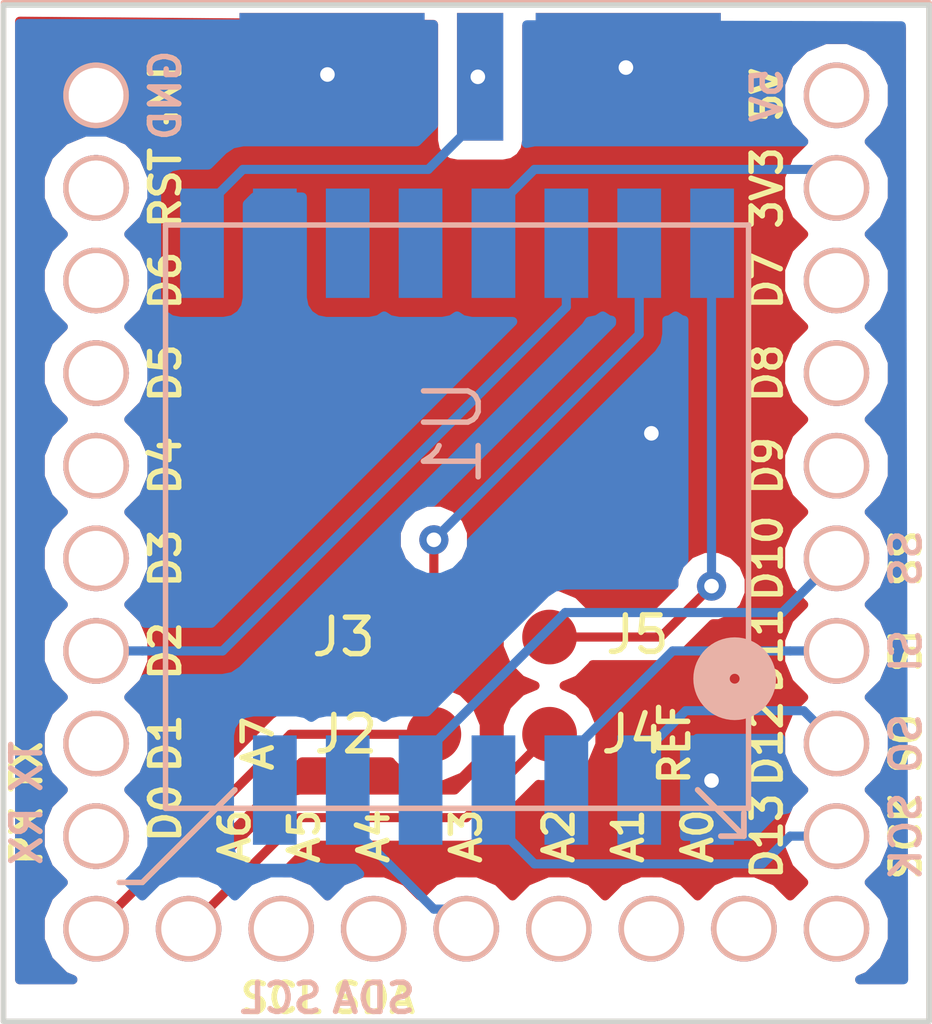
<source format=kicad_pcb>
(kicad_pcb (version 20171130) (host pcbnew no-vcs-found-7586afd~61~ubuntu17.10.1)

  (general
    (thickness 1.6)
    (drawings 5)
    (tracks 53)
    (zones 0)
    (modules 7)
    (nets 14)
  )

  (page A4)
  (layers
    (0 F.Cu signal)
    (31 B.Cu signal)
    (32 B.Adhes user)
    (33 F.Adhes user)
    (34 B.Paste user)
    (35 F.Paste user)
    (36 B.SilkS user)
    (37 F.SilkS user)
    (38 B.Mask user)
    (39 F.Mask user)
    (40 Dwgs.User user)
    (41 Cmts.User user)
    (42 Eco1.User user)
    (43 Eco2.User user)
    (44 Edge.Cuts user)
    (45 Margin user)
    (46 B.CrtYd user)
    (47 F.CrtYd user)
    (48 B.Fab user)
    (49 F.Fab user)
  )

  (setup
    (last_trace_width 0.25)
    (trace_clearance 0.2)
    (zone_clearance 0.508)
    (zone_45_only no)
    (trace_min 0.2)
    (segment_width 1)
    (edge_width 0.15)
    (via_size 0.8)
    (via_drill 0.4)
    (via_min_size 0.4)
    (via_min_drill 0.3)
    (uvia_size 0.3)
    (uvia_drill 0.1)
    (uvias_allowed no)
    (uvia_min_size 0.2)
    (uvia_min_drill 0.1)
    (pcb_text_width 0.3)
    (pcb_text_size 1.5 1.5)
    (mod_edge_width 0.15)
    (mod_text_size 1 1)
    (mod_text_width 0.15)
    (pad_size 1.524 1.524)
    (pad_drill 0.762)
    (pad_to_mask_clearance 0.2)
    (aux_axis_origin 0 0)
    (visible_elements 7FFFFFFF)
    (pcbplotparams
      (layerselection 0x010fc_ffffffff)
      (usegerberextensions false)
      (usegerberattributes true)
      (usegerberadvancedattributes true)
      (creategerberjobfile true)
      (excludeedgelayer true)
      (linewidth 0.100000)
      (plotframeref false)
      (viasonmask false)
      (mode 1)
      (useauxorigin false)
      (hpglpennumber 1)
      (hpglpenspeed 20)
      (hpglpendiameter 15)
      (psnegative false)
      (psa4output false)
      (plotreference true)
      (plotvalue true)
      (plotinvisibletext false)
      (padsonsilk false)
      (subtractmaskfromsilk false)
      (outputformat 1)
      (mirror false)
      (drillshape 1)
      (scaleselection 1)
      (outputdirectory ""))
  )

  (net 0 "")
  (net 1 GND)
  (net 2 "Net-(J1-Pad1)")
  (net 3 +3V3)
  (net 4 NSS)
  (net 5 MOSI)
  (net 6 MISO)
  (net 7 SCK)
  (net 8 RST)
  (net 9 FSKTimeOut)
  (net 10 RxTimeOut)
  (net 11 TxRxDONE)
  (net 12 "Net-(J2-Pad1)")
  (net 13 "Net-(J4-Pad1)")

  (net_class Default "This is the default net class."
    (clearance 0.2)
    (trace_width 0.25)
    (via_dia 0.8)
    (via_drill 0.4)
    (uvia_dia 0.3)
    (uvia_drill 0.1)
    (add_net +3V3)
    (add_net FSKTimeOut)
    (add_net GND)
    (add_net MISO)
    (add_net MOSI)
    (add_net NSS)
    (add_net "Net-(J1-Pad1)")
    (add_net "Net-(J2-Pad1)")
    (add_net "Net-(J4-Pad1)")
    (add_net RST)
    (add_net RxTimeOut)
    (add_net SCK)
    (add_net TxRxDONE)
  )

  (module lib:microduino (layer B.Cu) (tedit 5A42B2C9) (tstamp 5A25ECAB)
    (at 106.299 72.263 180)
    (tags "foont print ruotato mettere i comp su F Cu")
    (path /59F8DF1A)
    (fp_text reference U1 (at 0.359999 3.450001 270) (layer B.SilkS)
      (effects (font (size 1.5 1.5) (thickness 0.15)) (justify mirror))
    )
    (fp_text value Microduino (at 0.232999 -2.137999 180) (layer B.SilkS) hide
      (effects (font (size 1.5 1.5) (thickness 0.15)) (justify mirror))
    )
    (fp_text user GND (at 8.255 12.7 90) (layer F.SilkS)
      (effects (font (size 0.8 0.8) (thickness 0.15)))
    )
    (fp_text user RST (at 8.255 10.16 90) (layer F.SilkS)
      (effects (font (size 0.8 0.8) (thickness 0.15)))
    )
    (fp_text user D6 (at 8.255 7.62 90) (layer F.SilkS)
      (effects (font (size 0.8 0.8) (thickness 0.15)))
    )
    (fp_text user D5 (at 8.255 5.08 90) (layer F.SilkS)
      (effects (font (size 0.8 0.8) (thickness 0.15)))
    )
    (fp_text user D4 (at 8.255 2.54 90) (layer F.SilkS)
      (effects (font (size 0.8 0.8) (thickness 0.15)))
    )
    (fp_text user D3 (at 8.255 0 90) (layer B.SilkS) hide
      (effects (font (size 0.8 0.8) (thickness 0.15)) (justify mirror))
    )
    (fp_text user D2 (at 8.255 -2.54 90) (layer F.SilkS)
      (effects (font (size 0.8 0.8) (thickness 0.15)))
    )
    (fp_text user D1 (at 8.255 -5.08 90) (layer B.SilkS) hide
      (effects (font (size 0.8 0.8) (thickness 0.15)) (justify mirror))
    )
    (fp_text user D0 (at 8.255 -6.985 90) (layer F.SilkS)
      (effects (font (size 0.8 0.8) (thickness 0.15)))
    )
    (fp_text user RX (at 12.065 -7.62 90) (layer F.SilkS)
      (effects (font (size 0.8 0.8) (thickness 0.15)))
    )
    (fp_text user TX (at 12.065 -5.715 90) (layer F.SilkS)
      (effects (font (size 0.8 0.8) (thickness 0.15)))
    )
    (fp_line (start 9.525 -8.89) (end 8.89 -8.89) (layer F.SilkS) (width 0.15))
    (fp_text user A7 (at 5.715 -5.08 90) (layer F.SilkS)
      (effects (font (size 0.8 0.8) (thickness 0.15)))
    )
    (fp_text user A6 (at 6.35 -7.62 270) (layer F.SilkS)
      (effects (font (size 0.8 0.8) (thickness 0.15)))
    )
    (fp_text user A5 (at 4.445 -7.62 90) (layer F.SilkS)
      (effects (font (size 0.8 0.8) (thickness 0.15)))
    )
    (fp_text user A4 (at 2.54 -7.62 90) (layer F.SilkS)
      (effects (font (size 0.8 0.8) (thickness 0.15)))
    )
    (fp_text user A3 (at 0 -7.62 90) (layer F.SilkS)
      (effects (font (size 0.8 0.8) (thickness 0.15)))
    )
    (fp_text user A2 (at -2.54 -7.62 90) (layer B.SilkS) hide
      (effects (font (size 0.8 0.8) (thickness 0.15)) (justify mirror))
    )
    (fp_text user A1 (at -4.445 -7.62 90) (layer B.SilkS) hide
      (effects (font (size 0.8 0.8) (thickness 0.15)) (justify mirror))
    )
    (fp_text user A0 (at -6.35 -7.62 90) (layer F.SilkS)
      (effects (font (size 0.8 0.8) (thickness 0.15)))
    )
    (fp_line (start 6.35 -6.35) (end 8.89 -8.89) (layer F.SilkS) (width 0.15))
    (fp_text user REF (at -5.715 -5.08 90) (layer F.SilkS)
      (effects (font (size 0.8 0.8) (thickness 0.15)))
    )
    (fp_text user D13 (at -8.255 -7.62 90) (layer F.SilkS)
      (effects (font (size 0.8 0.8) (thickness 0.15)))
    )
    (fp_text user D12 (at -8.255 -5.08 90) (layer B.SilkS) hide
      (effects (font (size 0.8 0.8) (thickness 0.15)) (justify mirror))
    )
    (fp_text user D11 (at -8.255 -2.54 90) (layer F.SilkS)
      (effects (font (size 0.8 0.8) (thickness 0.15)))
    )
    (fp_text user D10 (at -8.255 0 90) (layer F.SilkS)
      (effects (font (size 0.8 0.8) (thickness 0.15)))
    )
    (fp_text user D9 (at -8.255 2.54 90) (layer F.SilkS)
      (effects (font (size 0.8 0.8) (thickness 0.15)))
    )
    (fp_text user D8 (at -8.255 5.08 90) (layer F.SilkS)
      (effects (font (size 0.8 0.8) (thickness 0.15)))
    )
    (fp_text user D7 (at -8.255 7.62 90) (layer F.SilkS)
      (effects (font (size 0.8 0.8) (thickness 0.15)))
    )
    (fp_text user 3V3 (at -8.255 10.16 90) (layer F.SilkS)
      (effects (font (size 0.8 0.8) (thickness 0.15)))
    )
    (fp_text user 5V (at -8.255 12.7 90) (layer F.SilkS)
      (effects (font (size 0.8 0.8) (thickness 0.15)))
    )
    (fp_line (start -7.62 -7.62) (end -6.985 -7.62) (layer B.SilkS) (width 0.15))
    (fp_line (start -7.62 -6.985) (end -7.62 -7.62) (layer B.SilkS) (width 0.15))
    (fp_line (start -7.62 -7.62) (end -7.62 -6.985) (layer B.SilkS) (width 0.15))
    (fp_line (start -6.35 -6.35) (end -7.62 -7.62) (layer F.SilkS) (width 0.15))
    (fp_text user SCK (at -12.065 -7.62 90) (layer F.SilkS)
      (effects (font (size 0.8 0.8) (thickness 0.15)))
    )
    (fp_text user SO (at -12.065 -5.08 90) (layer F.SilkS)
      (effects (font (size 0.8 0.8) (thickness 0.15)))
    )
    (fp_text user SI (at -12.065 -2.54 90) (layer F.SilkS)
      (effects (font (size 0.8 0.8) (thickness 0.15)))
    )
    (fp_text user SS (at -12.065 0 90) (layer F.SilkS)
      (effects (font (size 0.8 0.8) (thickness 0.15)))
    )
    (fp_text user SDA (at 2.54 -12.065) (layer B.SilkS)
      (effects (font (size 0.8 0.8) (thickness 0.15)) (justify mirror))
    )
    (fp_text user SCL (at 5.08 -12.065) (layer F.SilkS)
      (effects (font (size 0.8 0.8) (thickness 0.15)))
    )
    (fp_text user SDA (at 2.54 -12.065) (layer F.SilkS)
      (effects (font (size 0.8 0.8) (thickness 0.15)))
    )
    (fp_text user SCL (at 5.08 -12.065) (layer B.SilkS)
      (effects (font (size 0.8 0.8) (thickness 0.15)) (justify mirror))
    )
    (fp_text user SS (at -12.065 0 90) (layer B.SilkS)
      (effects (font (size 0.8 0.8) (thickness 0.15)) (justify mirror))
    )
    (fp_text user SI (at -12.065 -2.54 90) (layer B.SilkS)
      (effects (font (size 0.8 0.8) (thickness 0.15)) (justify mirror))
    )
    (fp_text user SO (at -12.065 -5.08 90) (layer B.SilkS)
      (effects (font (size 0.8 0.8) (thickness 0.15)) (justify mirror))
    )
    (fp_text user SCK (at -12.065 -7.62 90) (layer B.SilkS)
      (effects (font (size 0.8 0.8) (thickness 0.15)) (justify mirror))
    )
    (fp_line (start -6.35 -6.35) (end -7.62 -7.62) (layer B.SilkS) (width 0.15))
    (fp_line (start -7.62 -7.62) (end -7.62 -6.985) (layer B.SilkS) (width 0.15))
    (fp_line (start -7.62 -6.985) (end -7.62 -7.62) (layer B.SilkS) (width 0.15))
    (fp_line (start -7.62 -7.62) (end -6.985 -7.62) (layer B.SilkS) (width 0.15))
    (fp_text user 5V (at -8.255 12.7 90) (layer B.SilkS)
      (effects (font (size 0.8 0.8) (thickness 0.15)) (justify mirror))
    )
    (fp_text user 3V3 (at -8.255 10.16 90) (layer B.SilkS) hide
      (effects (font (size 0.8 0.8) (thickness 0.15)) (justify mirror))
    )
    (fp_text user D7 (at -8.255 7.62 90) (layer B.SilkS) hide
      (effects (font (size 0.8 0.8) (thickness 0.15)) (justify mirror))
    )
    (fp_text user D8 (at -8.255 5.08 90) (layer B.SilkS) hide
      (effects (font (size 0.8 0.8) (thickness 0.15)) (justify mirror))
    )
    (fp_text user D9 (at -8.255 2.54 90) (layer B.SilkS) hide
      (effects (font (size 0.8 0.8) (thickness 0.15)) (justify mirror))
    )
    (fp_text user D10 (at -8.255 0 90) (layer B.SilkS) hide
      (effects (font (size 0.8 0.8) (thickness 0.15)) (justify mirror))
    )
    (fp_text user D11 (at -8.255 -2.54 90) (layer B.SilkS) hide
      (effects (font (size 0.8 0.8) (thickness 0.15)) (justify mirror))
    )
    (fp_text user D12 (at -8.255 -5.08 90) (layer F.SilkS)
      (effects (font (size 0.8 0.8) (thickness 0.15)))
    )
    (fp_text user D13 (at -8.255 -7.62 90) (layer B.SilkS) hide
      (effects (font (size 0.8 0.8) (thickness 0.15)) (justify mirror))
    )
    (fp_text user REF (at -5.715 -5.08 90) (layer B.SilkS) hide
      (effects (font (size 0.8 0.8) (thickness 0.15)) (justify mirror))
    )
    (fp_line (start 6.35 -6.35) (end 8.89 -8.89) (layer B.SilkS) (width 0.15))
    (fp_text user A0 (at -6.35 -7.62 90) (layer B.SilkS) hide
      (effects (font (size 0.8 0.8) (thickness 0.15)) (justify mirror))
    )
    (fp_text user A1 (at -4.445 -7.62 90) (layer F.SilkS)
      (effects (font (size 0.8 0.8) (thickness 0.15)))
    )
    (fp_text user A2 (at -2.54 -7.62 90) (layer F.SilkS)
      (effects (font (size 0.8 0.8) (thickness 0.15)))
    )
    (fp_text user A3 (at 0 -7.62 90) (layer B.SilkS) hide
      (effects (font (size 0.8 0.8) (thickness 0.15)) (justify mirror))
    )
    (fp_text user A4 (at 2.54 -7.62 90) (layer B.SilkS) hide
      (effects (font (size 0.8 0.8) (thickness 0.15)) (justify mirror))
    )
    (fp_text user A5 (at 4.445 -7.62 90) (layer B.SilkS) hide
      (effects (font (size 0.8 0.8) (thickness 0.15)) (justify mirror))
    )
    (fp_text user A6 (at 6.35 -7.62 270) (layer B.SilkS) hide
      (effects (font (size 0.8 0.8) (thickness 0.15)) (justify mirror))
    )
    (fp_text user A7 (at 5.715 -5.08 90) (layer B.SilkS) hide
      (effects (font (size 0.8 0.8) (thickness 0.15)) (justify mirror))
    )
    (fp_line (start 9.525 -8.89) (end 8.89 -8.89) (layer B.SilkS) (width 0.15))
    (fp_text user TX (at 12.065 -5.715 90) (layer B.SilkS)
      (effects (font (size 0.8 0.8) (thickness 0.15)) (justify mirror))
    )
    (fp_text user RX (at 12.065 -7.62 90) (layer B.SilkS)
      (effects (font (size 0.8 0.8) (thickness 0.15)) (justify mirror))
    )
    (fp_text user D0 (at 8.255 -6.985 90) (layer B.SilkS) hide
      (effects (font (size 0.8 0.8) (thickness 0.15)) (justify mirror))
    )
    (fp_text user D1 (at 8.255 -5.08 90) (layer F.SilkS)
      (effects (font (size 0.8 0.8) (thickness 0.15)))
    )
    (fp_text user D2 (at 8.255 -2.54 90) (layer B.SilkS) hide
      (effects (font (size 0.8 0.8) (thickness 0.15)) (justify mirror))
    )
    (fp_text user D3 (at 8.255 0 90) (layer F.SilkS)
      (effects (font (size 0.8 0.8) (thickness 0.15)))
    )
    (fp_text user D4 (at 8.255 2.54 90) (layer B.SilkS) hide
      (effects (font (size 0.8 0.8) (thickness 0.15)) (justify mirror))
    )
    (fp_text user D5 (at 8.255 5.08 90) (layer B.SilkS) hide
      (effects (font (size 0.8 0.8) (thickness 0.15)) (justify mirror))
    )
    (fp_text user D6 (at 8.255 7.62 90) (layer B.SilkS) hide
      (effects (font (size 0.8 0.8) (thickness 0.15)) (justify mirror))
    )
    (fp_text user RST (at 8.255 10.16 90) (layer B.SilkS) hide
      (effects (font (size 0.8 0.8) (thickness 0.15)) (justify mirror))
    )
    (fp_text user GND (at 8.255 12.7 90) (layer B.SilkS)
      (effects (font (size 0.8 0.8) (thickness 0.15)) (justify mirror))
    )
    (fp_line (start -12.7 -12.7) (end -12.7 15.24) (layer B.SilkS) (width 0.15))
    (fp_line (start 12.7 -12.7) (end -12.7 -12.7) (layer B.SilkS) (width 0.15))
    (fp_line (start 12.7 15.24) (end 12.7 -12.7) (layer B.SilkS) (width 0.15))
    (fp_line (start -12.7 15.24) (end 12.7 15.24) (layer B.SilkS) (width 0.15))
    (pad 9 thru_hole circle (at 10.16 -7.62 180) (size 1.8 1.8) (drill 1.5) (layers *.Cu *.Mask B.SilkS))
    (pad 8 thru_hole circle (at 10.16 -5.08 180) (size 1.8 1.8) (drill 1.5) (layers *.Cu *.Mask B.SilkS))
    (pad 7 thru_hole circle (at 10.16 -2.54 180) (size 1.8 1.8) (drill 1.5) (layers *.Cu *.Mask B.SilkS)
      (net 11 TxRxDONE))
    (pad 6 thru_hole circle (at 10.16 0 180) (size 1.8 1.8) (drill 1.5) (layers *.Cu *.Mask B.SilkS))
    (pad 5 thru_hole circle (at 10.16 2.54 180) (size 1.8 1.8) (drill 1.5) (layers *.Cu *.Mask B.SilkS))
    (pad 4 thru_hole circle (at 10.16 5.08 180) (size 1.8 1.8) (drill 1.5) (layers *.Cu *.Mask B.SilkS))
    (pad 3 thru_hole circle (at 10.16 7.62 180) (size 1.8 1.8) (drill 1.5) (layers *.Cu *.Mask B.SilkS))
    (pad 2 thru_hole circle (at 10.16 10.16 180) (size 1.8 1.8) (drill 1.5) (layers *.Cu *.Mask B.SilkS))
    (pad 1 thru_hole circle (at 10.16 12.7 180) (size 1.8 1.8) (drill 1.5) (layers *.Cu *.Mask B.SilkS)
      (net 1 GND))
    (pad 1 thru_hole circle (at 10.16 12.7 180) (size 1.8 1.8) (drill 1.5) (layers *.Cu *.Mask B.SilkS)
      (net 1 GND))
    (pad 10 thru_hole circle (at 10.16 -10.16 180) (size 1.8 1.8) (drill 1.5) (layers *.Cu *.Mask B.SilkS)
      (net 12 "Net-(J2-Pad1)"))
    (pad 2 thru_hole circle (at 10.16 10.16 180) (size 1.8 1.8) (drill 1.5) (layers *.Cu *.Mask B.SilkS))
    (pad 3 thru_hole circle (at 10.16 7.62 180) (size 1.8 1.8) (drill 1.5) (layers *.Cu *.Mask B.SilkS))
    (pad 4 thru_hole circle (at 10.16 5.08 180) (size 1.8 1.8) (drill 1.5) (layers *.Cu *.Mask B.SilkS))
    (pad 5 thru_hole circle (at 10.16 2.54 180) (size 1.8 1.8) (drill 1.5) (layers *.Cu *.Mask B.SilkS))
    (pad 6 thru_hole circle (at 10.16 0 180) (size 1.8 1.8) (drill 1.5) (layers *.Cu *.Mask B.SilkS))
    (pad 7 thru_hole circle (at 10.16 -2.54 180) (size 1.8 1.8) (drill 1.5) (layers *.Cu *.Mask B.SilkS)
      (net 11 TxRxDONE))
    (pad 8 thru_hole circle (at 10.16 -5.08 180) (size 1.8 1.8) (drill 1.5) (layers *.Cu *.Mask B.SilkS))
    (pad 9 thru_hole circle (at 10.16 -7.62 180) (size 1.8 1.8) (drill 1.5) (layers *.Cu *.Mask B.SilkS))
    (pad 11 thru_hole circle (at 7.62 -10.16 180) (size 1.8 1.8) (drill 1.5) (layers *.Cu *.Mask B.SilkS)
      (net 13 "Net-(J4-Pad1)"))
    (pad 12 thru_hole circle (at 5.08 -10.16 180) (size 1.8 1.8) (drill 1.5) (layers *.Cu *.Mask B.SilkS))
    (pad 13 thru_hole circle (at 2.54 -10.16 180) (size 1.8 1.8) (drill 1.5) (layers *.Cu *.Mask B.SilkS))
    (pad 14 thru_hole circle (at 0 -10.16 180) (size 1.8 1.8) (drill 1.5) (layers *.Cu *.Mask B.SilkS)
      (net 8 RST))
    (pad 15 thru_hole circle (at -2.54 -10.16 180) (size 1.8 1.8) (drill 1.5) (layers *.Cu *.Mask B.SilkS))
    (pad 16 thru_hole circle (at -5.08 -10.16 180) (size 1.8 1.8) (drill 1.5) (layers *.Cu *.Mask B.SilkS))
    (pad 17 thru_hole circle (at -7.62 -10.16 180) (size 1.8 1.8) (drill 1.5) (layers *.Cu *.Mask B.SilkS))
    (pad 18 thru_hole circle (at -10.16 -10.16 180) (size 1.8 1.8) (drill 1.5) (layers *.Cu *.Mask B.SilkS))
    (pad 19 thru_hole circle (at -10.16 -7.62 180) (size 1.8 1.8) (drill 1.5) (layers *.Cu *.Mask B.SilkS)
      (net 7 SCK))
    (pad 20 thru_hole circle (at -10.16 -5.08 180) (size 1.8 1.8) (drill 1.5) (layers *.Cu *.Mask B.SilkS)
      (net 6 MISO))
    (pad 21 thru_hole circle (at -10.16 -2.54 180) (size 1.8 1.8) (drill 1.5) (layers *.Cu *.Mask B.SilkS)
      (net 5 MOSI))
    (pad 22 thru_hole circle (at -10.16 0 180) (size 1.8 1.8) (drill 1.5) (layers *.Cu *.Mask B.SilkS)
      (net 4 NSS))
    (pad 23 thru_hole circle (at -10.16 2.54 180) (size 1.8 1.8) (drill 1.5) (layers *.Cu *.Mask B.SilkS))
    (pad 24 thru_hole circle (at -10.16 5.08 180) (size 1.8 1.8) (drill 1.5) (layers *.Cu *.Mask B.SilkS))
    (pad 25 thru_hole circle (at -10.16 7.62 180) (size 1.8 1.8) (drill 1.5) (layers *.Cu *.Mask B.SilkS))
    (pad 26 thru_hole circle (at -10.16 10.16 180) (size 1.8 1.8) (drill 1.5) (layers *.Cu *.Mask B.SilkS)
      (net 3 +3V3))
    (pad 27 thru_hole circle (at -10.16 12.7 180) (size 1.8 1.8) (drill 1.5) (layers *.Cu *.Mask B.SilkS))
  )

  (module lib:SMA_EDGE (layer F.Cu) (tedit 5A23202E) (tstamp 5A25EA5A)
    (at 106.68 60.8203)
    (path /5A24EEFE)
    (fp_text reference J1 (at 7.62 0.1397) (layer F.SilkS) hide
      (effects (font (size 1.5 1.5) (thickness 0.15)))
    )
    (fp_text value Conn_Coaxial (at -0.635 2.0447 180) (layer F.SilkS) hide
      (effects (font (size 1.5 1.5) (thickness 0.15)))
    )
    (pad 2 smd rect (at -4.064 -1.7653) (size 5.08 3.5) (layers F.Cu F.Paste F.Mask)
      (net 1 GND))
    (pad 2 smd rect (at 4.064 -1.7653) (size 5.08 3.5) (layers F.Cu F.Paste F.Mask)
      (net 1 GND))
    (pad 1 smd rect (at 0 -1.7653) (size 1.27 3.5) (layers B.Cu B.Paste B.Mask)
      (net 2 "Net-(J1-Pad1)"))
    (pad 2 smd rect (at -4.064 -1.7653) (size 5.08 3.5) (layers B.Cu B.Paste B.Mask)
      (net 1 GND))
    (pad 2 smd rect (at 4.064 -1.7653) (size 5.08 3.5) (layers B.Cu B.Paste B.Mask)
      (net 1 GND))
    (pad 1 smd rect (at 0 -1.7653) (size 1.27 3.5) (layers F.Cu F.Paste F.Mask)
      (net 2 "Net-(J1-Pad1)"))
  )

  (module lib:RFM95 (layer B.Cu) (tedit 5A42B2A8) (tstamp 5A25E9FD)
    (at 106.045 71.12 90)
    (path /5A231F4D)
    (fp_text reference U2 (at 3.175 -9.144 90) (layer B.SilkS) hide
      (effects (font (size 1 1) (thickness 0.15)) (justify mirror))
    )
    (fp_text value RFM95 (at 1.905 -3.175) (layer B.Fab)
      (effects (font (size 1 1) (thickness 0.15)) (justify mirror))
    )
    (fp_line (start 8 -8) (end 8 8) (layer B.SilkS) (width 0.15))
    (fp_line (start -8 -8) (end 8 -8) (layer B.SilkS) (width 0.15))
    (fp_line (start -8 8) (end -8 -8) (layer B.SilkS) (width 0.15))
    (fp_line (start 8 8) (end -8 8) (layer B.SilkS) (width 0.15))
    (pad 16 smd rect (at 7.5 7 90) (size 3 1.2) (layers B.Cu B.Paste B.Mask)
      (net 9 FSKTimeOut))
    (pad 15 smd rect (at 7.5 5 90) (size 3 1.2) (layers B.Cu B.Paste B.Mask)
      (net 10 RxTimeOut))
    (pad 14 smd rect (at 7.5 3 90) (size 3 1.2) (layers B.Cu B.Paste B.Mask)
      (net 11 TxRxDONE))
    (pad 13 smd rect (at 7.5 1 90) (size 3 1.2) (layers B.Cu B.Paste B.Mask)
      (net 3 +3V3))
    (pad 12 smd rect (at 7.5 -1 90) (size 3 1.2) (layers B.Cu B.Paste B.Mask))
    (pad 11 smd rect (at 7.5 -3 90) (size 3 1.2) (layers B.Cu B.Paste B.Mask))
    (pad 10 smd rect (at 7.5 -5 90) (size 3 1.2) (layers B.Cu B.Paste B.Mask)
      (net 1 GND))
    (pad 9 smd rect (at 7.5 -7 90) (size 3 1.2) (layers B.Cu B.Paste B.Mask)
      (net 2 "Net-(J1-Pad1)"))
    (pad 8 smd rect (at -7.5 -7 90) (size 3 1.2) (layers B.Cu B.Paste B.Mask)
      (net 1 GND))
    (pad 7 smd rect (at -7.5 -5 90) (size 3 1.2) (layers B.Cu B.Paste B.Mask))
    (pad 6 smd rect (at -7.5 -3 90) (size 3 1.2) (layers B.Cu B.Paste B.Mask)
      (net 8 RST))
    (pad 5 smd rect (at -7.5 -1 90) (size 3 1.2) (layers B.Cu B.Paste B.Mask)
      (net 4 NSS))
    (pad 4 smd rect (at -7.5 1 90) (size 3 1.2) (layers B.Cu B.Paste B.Mask)
      (net 7 SCK))
    (pad 3 smd rect (at -7.5 3 90) (size 3 1.2) (layers B.Cu B.Paste B.Mask)
      (net 5 MOSI))
    (pad 2 smd rect (at -7.5 5 90) (size 3 1.2) (layers B.Cu B.Paste B.Mask)
      (net 6 MISO))
    (pad 1 smd rect (at -7.5 7 90) (size 3 1.2) (layers B.Cu B.Paste B.Mask)
      (net 1 GND))
  )

  (module Measurement_Points:Measurement_Point_Round-SMD-Pad_Small (layer F.Cu) (tedit 56C35ED0) (tstamp 5A4359F3)
    (at 105.41 77.089)
    (descr "Mesurement Point, Round, SMD Pad, DM 1.5mm,")
    (tags "Mesurement Point Round SMD Pad 1.5mm")
    (path /5A3D8281)
    (attr virtual)
    (fp_text reference J2 (at -2.413 0) (layer F.SilkS)
      (effects (font (size 1 1) (thickness 0.15)))
    )
    (fp_text value Conn_01x01 (at 0 2) (layer F.Fab)
      (effects (font (size 1 1) (thickness 0.15)))
    )
    (fp_circle (center 0 0) (end 1 0) (layer F.CrtYd) (width 0.05))
    (pad 1 smd circle (at 0 0) (size 1.5 1.5) (layers F.Cu F.Mask)
      (net 12 "Net-(J2-Pad1)"))
  )

  (module Measurement_Points:Measurement_Point_Round-SMD-Pad_Small (layer F.Cu) (tedit 56C35ED0) (tstamp 5A4359F8)
    (at 105.3465 74.422)
    (descr "Mesurement Point, Round, SMD Pad, DM 1.5mm,")
    (tags "Mesurement Point Round SMD Pad 1.5mm")
    (path /5A3D831B)
    (attr virtual)
    (fp_text reference J3 (at -2.413 0) (layer F.SilkS)
      (effects (font (size 1 1) (thickness 0.15)))
    )
    (fp_text value Conn_01x01 (at 0 2) (layer F.Fab)
      (effects (font (size 1 1) (thickness 0.15)))
    )
    (fp_circle (center 0 0) (end 1 0) (layer F.CrtYd) (width 0.05))
    (pad 1 smd circle (at 0 0) (size 1.5 1.5) (layers F.Cu F.Mask)
      (net 10 RxTimeOut))
  )

  (module Measurement_Points:Measurement_Point_Round-SMD-Pad_Small (layer F.Cu) (tedit 56C35ED0) (tstamp 5A4359FD)
    (at 108.585 77.089)
    (descr "Mesurement Point, Round, SMD Pad, DM 1.5mm,")
    (tags "Mesurement Point Round SMD Pad 1.5mm")
    (path /5A3D83DF)
    (attr virtual)
    (fp_text reference J4 (at 2.286 0) (layer F.SilkS)
      (effects (font (size 1 1) (thickness 0.15)))
    )
    (fp_text value Conn_01x01 (at 0 2) (layer F.Fab)
      (effects (font (size 1 1) (thickness 0.15)))
    )
    (fp_circle (center 0 0) (end 1 0) (layer F.CrtYd) (width 0.05))
    (pad 1 smd circle (at 0 0) (size 1.5 1.5) (layers F.Cu F.Mask)
      (net 13 "Net-(J4-Pad1)"))
  )

  (module Measurement_Points:Measurement_Point_Round-SMD-Pad_Small (layer F.Cu) (tedit 56C35ED0) (tstamp 5A43C51A)
    (at 108.585 74.422)
    (descr "Mesurement Point, Round, SMD Pad, DM 1.5mm,")
    (tags "Mesurement Point Round SMD Pad 1.5mm")
    (path /5A3D8810)
    (attr virtual)
    (fp_text reference J5 (at 2.413 -0.0635) (layer F.SilkS)
      (effects (font (size 1 1) (thickness 0.15)))
    )
    (fp_text value Conn_01x01 (at 0 2) (layer F.Fab)
      (effects (font (size 1 1) (thickness 0.15)))
    )
    (fp_circle (center 0 0) (end 1 0) (layer F.CrtYd) (width 0.05))
    (pad 1 smd circle (at 0 0) (size 1.5 1.5) (layers F.Cu F.Mask)
      (net 9 FSKTimeOut))
  )

  (gr_line (start 93.599 84.963) (end 93.599 57.0865) (layer Edge.Cuts) (width 0.15))
  (gr_line (start 118.999 84.963) (end 93.599 84.963) (layer Edge.Cuts) (width 0.15))
  (gr_line (start 118.999 57.0865) (end 118.999 84.963) (layer Edge.Cuts) (width 0.15))
  (gr_line (start 93.599 57.0865) (end 118.999 57.0865) (layer Edge.Cuts) (width 0.15))
  (gr_circle (center 113.665 75.565) (end 113.665 76.2) (layer B.SilkS) (width 1))

  (via (at 111.379 68.834) (size 0.8) (drill 0.4) (layers F.Cu B.Cu) (net 1))
  (via (at 113.03 78.359) (size 0.8) (drill 0.4) (layers F.Cu B.Cu) (net 1))
  (via (at 106.6165 59.055) (size 0.8) (drill 0.4) (layers F.Cu B.Cu) (net 2))
  (via (at 102.489 58.9915) (size 0.8) (drill 0.4) (layers F.Cu B.Cu) (net 1))
  (via (at 110.6805 58.801) (size 0.8) (drill 0.4) (layers F.Cu B.Cu) (net 1))
  (segment (start 99.045 62.72) (end 100.17 61.595) (width 0.25) (layer B.Cu) (net 2))
  (segment (start 99.045 63.62) (end 99.045 62.72) (width 0.25) (layer B.Cu) (net 2))
  (segment (start 100.17 61.595) (end 105.255 61.595) (width 0.25) (layer B.Cu) (net 2))
  (segment (start 105.255 61.595) (end 106.68 60.17) (width 0.25) (layer B.Cu) (net 2))
  (segment (start 106.68 60.17) (end 106.68 59.055) (width 0.25) (layer B.Cu) (net 2))
  (segment (start 115.951 61.595) (end 108.17 61.595) (width 0.25) (layer B.Cu) (net 3))
  (segment (start 116.459 62.103) (end 115.951 61.595) (width 0.25) (layer B.Cu) (net 3))
  (segment (start 108.17 61.595) (end 107.045 62.72) (width 0.25) (layer B.Cu) (net 3))
  (segment (start 107.045 62.72) (end 107.045 63.62) (width 0.25) (layer B.Cu) (net 3))
  (segment (start 116.459 72.263) (end 114.971999 73.750001) (width 0.25) (layer B.Cu) (net 4))
  (segment (start 114.971999 73.750001) (end 109.014999 73.750001) (width 0.25) (layer B.Cu) (net 4))
  (segment (start 109.014999 73.750001) (end 105.045 77.72) (width 0.25) (layer B.Cu) (net 4))
  (segment (start 105.045 77.72) (end 105.045 78.62) (width 0.25) (layer B.Cu) (net 4))
  (segment (start 109.045 78.62) (end 109.045 77.72) (width 0.25) (layer B.Cu) (net 5))
  (segment (start 109.045 77.72) (end 111.962 74.803) (width 0.25) (layer B.Cu) (net 5))
  (segment (start 111.962 74.803) (end 115.186208 74.803) (width 0.25) (layer B.Cu) (net 5))
  (segment (start 115.186208 74.803) (end 116.459 74.803) (width 0.25) (layer B.Cu) (net 5))
  (segment (start 111.045 78.62) (end 111.045 77.72) (width 0.25) (layer B.Cu) (net 6))
  (segment (start 112.321999 76.443001) (end 115.559001 76.443001) (width 0.25) (layer B.Cu) (net 6))
  (segment (start 115.559001 76.443001) (end 116.459 77.343) (width 0.25) (layer B.Cu) (net 6))
  (segment (start 111.045 77.72) (end 112.321999 76.443001) (width 0.25) (layer B.Cu) (net 6))
  (segment (start 107.045 78.62) (end 107.045 79.52) (width 0.25) (layer B.Cu) (net 7))
  (segment (start 107.045 79.52) (end 108.17 80.645) (width 0.25) (layer B.Cu) (net 7))
  (segment (start 108.17 80.645) (end 114.424208 80.645) (width 0.25) (layer B.Cu) (net 7))
  (segment (start 114.424208 80.645) (end 115.186208 79.883) (width 0.25) (layer B.Cu) (net 7))
  (segment (start 115.186208 79.883) (end 116.459 79.883) (width 0.25) (layer B.Cu) (net 7))
  (segment (start 105.41 81.885) (end 105.761 81.885) (width 0.25) (layer B.Cu) (net 8))
  (segment (start 105.761 81.885) (end 106.299 82.423) (width 0.25) (layer B.Cu) (net 8))
  (segment (start 103.045 78.62) (end 103.045 79.52) (width 0.25) (layer B.Cu) (net 8))
  (segment (start 103.045 79.52) (end 105.41 81.885) (width 0.25) (layer B.Cu) (net 8))
  (segment (start 113.03 73.025) (end 113.03 63.635) (width 0.25) (layer B.Cu) (net 9))
  (segment (start 113.03 63.635) (end 113.045 63.62) (width 0.25) (layer B.Cu) (net 9))
  (via (at 113.03 73.025) (size 0.8) (drill 0.4) (layers F.Cu B.Cu) (net 9))
  (segment (start 111.633 74.422) (end 113.03 73.025) (width 0.25) (layer F.Cu) (net 9))
  (segment (start 108.585 74.422) (end 111.633 74.422) (width 0.25) (layer F.Cu) (net 9))
  (segment (start 105.41 71.755) (end 105.41 74.295) (width 0.25) (layer F.Cu) (net 10))
  (segment (start 111.045 66.12) (end 105.41 71.755) (width 0.25) (layer B.Cu) (net 10))
  (segment (start 111.045 63.62) (end 111.045 66.12) (width 0.25) (layer B.Cu) (net 10))
  (via (at 105.41 71.755) (size 0.8) (drill 0.4) (layers F.Cu B.Cu) (net 10))
  (segment (start 109.045 63.62) (end 109.045 65.37) (width 0.25) (layer B.Cu) (net 11))
  (segment (start 109.045 65.37) (end 99.612 74.803) (width 0.25) (layer B.Cu) (net 11))
  (segment (start 97.411792 74.803) (end 96.139 74.803) (width 0.25) (layer B.Cu) (net 11))
  (segment (start 99.612 74.803) (end 97.411792 74.803) (width 0.25) (layer B.Cu) (net 11))
  (segment (start 105.41 77.089) (end 101.473 77.089) (width 0.25) (layer F.Cu) (net 12))
  (segment (start 101.473 77.089) (end 96.139 82.423) (width 0.25) (layer F.Cu) (net 12))
  (segment (start 101.727 79.375) (end 106.299 79.375) (width 0.25) (layer F.Cu) (net 13))
  (segment (start 106.299 79.375) (end 108.585 77.089) (width 0.25) (layer F.Cu) (net 13))
  (segment (start 98.679 82.423) (end 101.727 79.375) (width 0.25) (layer F.Cu) (net 13))

  (zone (net 1) (net_name GND) (layer B.Cu) (tstamp 0) (hatch edge 0.508)
    (connect_pads yes (clearance 0.508))
    (min_thickness 0.254)
    (fill yes (arc_segments 16) (thermal_gap 0.508) (thermal_bridge_width 0.508))
    (polygon
      (pts
        (xy 93.9165 57.4675) (xy 118.364 57.531) (xy 118.4275 83.947) (xy 93.9165 83.947)
      )
    )
    (filled_polygon
      (pts
        (xy 105.39756 57.624322) (xy 105.39756 60.377638) (xy 104.940198 60.835) (xy 100.17 60.835) (xy 99.87916 60.892852)
        (xy 99.632599 61.057599) (xy 99.217638 61.47256) (xy 98.445 61.47256) (xy 98.197235 61.521843) (xy 97.987191 61.662191)
        (xy 97.846843 61.872235) (xy 97.79756 62.12) (xy 97.79756 65.12) (xy 97.846843 65.367765) (xy 97.987191 65.577809)
        (xy 98.197235 65.718157) (xy 98.445 65.76744) (xy 99.645 65.76744) (xy 99.892765 65.718157) (xy 100.102809 65.577809)
        (xy 100.243157 65.367765) (xy 100.29244 65.12) (xy 100.29244 62.547362) (xy 100.484802 62.355) (xy 101.79756 62.355)
        (xy 101.79756 65.12) (xy 101.846843 65.367765) (xy 101.987191 65.577809) (xy 102.197235 65.718157) (xy 102.445 65.76744)
        (xy 103.645 65.76744) (xy 103.892765 65.718157) (xy 104.045 65.616436) (xy 104.197235 65.718157) (xy 104.445 65.76744)
        (xy 105.645 65.76744) (xy 105.892765 65.718157) (xy 106.045 65.616436) (xy 106.197235 65.718157) (xy 106.445 65.76744)
        (xy 107.572758 65.76744) (xy 99.297198 74.043) (xy 97.485846 74.043) (xy 97.441068 73.934629) (xy 97.039818 73.532677)
        (xy 97.439551 73.133643) (xy 97.673733 72.56967) (xy 97.674265 71.959009) (xy 97.441068 71.394629) (xy 97.039818 70.992677)
        (xy 97.439551 70.593643) (xy 97.673733 70.02967) (xy 97.674265 69.419009) (xy 97.441068 68.854629) (xy 97.039818 68.452677)
        (xy 97.439551 68.053643) (xy 97.673733 67.48967) (xy 97.674265 66.879009) (xy 97.441068 66.314629) (xy 97.039818 65.912677)
        (xy 97.439551 65.513643) (xy 97.673733 64.94967) (xy 97.674265 64.339009) (xy 97.441068 63.774629) (xy 97.039818 63.372677)
        (xy 97.439551 62.973643) (xy 97.673733 62.40967) (xy 97.674265 61.799009) (xy 97.441068 61.234629) (xy 97.009643 60.802449)
        (xy 96.44567 60.568267) (xy 95.835009 60.567735) (xy 95.270629 60.800932) (xy 94.838449 61.232357) (xy 94.604267 61.79633)
        (xy 94.603735 62.406991) (xy 94.836932 62.971371) (xy 95.238182 63.373323) (xy 94.838449 63.772357) (xy 94.604267 64.33633)
        (xy 94.603735 64.946991) (xy 94.836932 65.511371) (xy 95.238182 65.913323) (xy 94.838449 66.312357) (xy 94.604267 66.87633)
        (xy 94.603735 67.486991) (xy 94.836932 68.051371) (xy 95.238182 68.453323) (xy 94.838449 68.852357) (xy 94.604267 69.41633)
        (xy 94.603735 70.026991) (xy 94.836932 70.591371) (xy 95.238182 70.993323) (xy 94.838449 71.392357) (xy 94.604267 71.95633)
        (xy 94.603735 72.566991) (xy 94.836932 73.131371) (xy 95.238182 73.533323) (xy 94.838449 73.932357) (xy 94.604267 74.49633)
        (xy 94.603735 75.106991) (xy 94.836932 75.671371) (xy 95.238182 76.073323) (xy 94.838449 76.472357) (xy 94.604267 77.03633)
        (xy 94.603735 77.646991) (xy 94.836932 78.211371) (xy 95.238182 78.613323) (xy 94.838449 79.012357) (xy 94.604267 79.57633)
        (xy 94.603735 80.186991) (xy 94.836932 80.751371) (xy 95.238182 81.153323) (xy 94.838449 81.552357) (xy 94.604267 82.11633)
        (xy 94.603735 82.726991) (xy 94.836932 83.291371) (xy 95.268357 83.723551) (xy 95.500632 83.82) (xy 94.0435 83.82)
        (xy 94.0435 57.594831)
      )
    )
    (filled_polygon
      (pts
        (xy 118.237304 57.657672) (xy 118.300194 83.82) (xy 117.097618 83.82) (xy 117.327371 83.725068) (xy 117.759551 83.293643)
        (xy 117.993733 82.72967) (xy 117.994265 82.119009) (xy 117.761068 81.554629) (xy 117.359818 81.152677) (xy 117.759551 80.753643)
        (xy 117.993733 80.18967) (xy 117.994265 79.579009) (xy 117.761068 79.014629) (xy 117.359818 78.612677) (xy 117.759551 78.213643)
        (xy 117.993733 77.64967) (xy 117.994265 77.039009) (xy 117.761068 76.474629) (xy 117.359818 76.072677) (xy 117.759551 75.673643)
        (xy 117.993733 75.10967) (xy 117.994265 74.499009) (xy 117.761068 73.934629) (xy 117.359818 73.532677) (xy 117.759551 73.133643)
        (xy 117.993733 72.56967) (xy 117.994265 71.959009) (xy 117.761068 71.394629) (xy 117.359818 70.992677) (xy 117.759551 70.593643)
        (xy 117.993733 70.02967) (xy 117.994265 69.419009) (xy 117.761068 68.854629) (xy 117.359818 68.452677) (xy 117.759551 68.053643)
        (xy 117.993733 67.48967) (xy 117.994265 66.879009) (xy 117.761068 66.314629) (xy 117.359818 65.912677) (xy 117.759551 65.513643)
        (xy 117.993733 64.94967) (xy 117.994265 64.339009) (xy 117.761068 63.774629) (xy 117.359818 63.372677) (xy 117.759551 62.973643)
        (xy 117.993733 62.40967) (xy 117.994265 61.799009) (xy 117.761068 61.234629) (xy 117.359818 60.832677) (xy 117.759551 60.433643)
        (xy 117.993733 59.86967) (xy 117.994265 59.259009) (xy 117.761068 58.694629) (xy 117.329643 58.262449) (xy 116.76567 58.028267)
        (xy 116.155009 58.027735) (xy 115.590629 58.260932) (xy 115.158449 58.692357) (xy 114.924267 59.25633) (xy 114.923735 59.866991)
        (xy 115.156932 60.431371) (xy 115.558182 60.833323) (xy 115.556501 60.835) (xy 108.17 60.835) (xy 107.947676 60.879223)
        (xy 107.96244 60.805) (xy 107.96244 57.630984)
      )
    )
    (filled_polygon
      (pts
        (xy 112.197235 65.718157) (xy 112.27 65.732631) (xy 112.27 72.321239) (xy 112.153081 72.437954) (xy 111.99518 72.818223)
        (xy 111.99503 72.990001) (xy 109.014999 72.990001) (xy 108.772413 73.038255) (xy 108.724159 73.047853) (xy 108.477598 73.2126)
        (xy 105.217638 76.47256) (xy 104.445 76.47256) (xy 104.197235 76.521843) (xy 104.045 76.623564) (xy 103.892765 76.521843)
        (xy 103.645 76.47256) (xy 102.445 76.47256) (xy 102.197235 76.521843) (xy 102.045 76.623564) (xy 101.892765 76.521843)
        (xy 101.645 76.47256) (xy 100.445 76.47256) (xy 100.197235 76.521843) (xy 99.987191 76.662191) (xy 99.846843 76.872235)
        (xy 99.79756 77.12) (xy 99.79756 80.12) (xy 99.846843 80.367765) (xy 99.987191 80.577809) (xy 100.197235 80.718157)
        (xy 100.445 80.76744) (xy 101.645 80.76744) (xy 101.892765 80.718157) (xy 102.045 80.616436) (xy 102.197235 80.718157)
        (xy 102.445 80.76744) (xy 103.217638 80.76744) (xy 103.372164 80.921966) (xy 102.890629 81.120932) (xy 102.488677 81.522182)
        (xy 102.089643 81.122449) (xy 101.52567 80.888267) (xy 100.915009 80.887735) (xy 100.350629 81.120932) (xy 99.948677 81.522182)
        (xy 99.549643 81.122449) (xy 98.98567 80.888267) (xy 98.375009 80.887735) (xy 97.810629 81.120932) (xy 97.408677 81.522182)
        (xy 97.039818 81.152677) (xy 97.439551 80.753643) (xy 97.673733 80.18967) (xy 97.674265 79.579009) (xy 97.441068 79.014629)
        (xy 97.039818 78.612677) (xy 97.439551 78.213643) (xy 97.673733 77.64967) (xy 97.674265 77.039009) (xy 97.441068 76.474629)
        (xy 97.039818 76.072677) (xy 97.439551 75.673643) (xy 97.485494 75.563) (xy 99.612 75.563) (xy 99.902839 75.505148)
        (xy 100.149401 75.340401) (xy 109.582401 65.907401) (xy 109.680659 65.760347) (xy 109.892765 65.718157) (xy 110.045 65.616436)
        (xy 110.197235 65.718157) (xy 110.285 65.735614) (xy 110.285 65.805198) (xy 105.370233 70.719965) (xy 105.205029 70.719821)
        (xy 104.824485 70.877058) (xy 104.533081 71.167954) (xy 104.37518 71.548223) (xy 104.374821 71.959971) (xy 104.532058 72.340515)
        (xy 104.822954 72.631919) (xy 105.203223 72.78982) (xy 105.614971 72.790179) (xy 105.995515 72.632942) (xy 106.286919 72.342046)
        (xy 106.44482 71.961777) (xy 106.444966 71.794836) (xy 111.582401 66.657401) (xy 111.747148 66.41084) (xy 111.756746 66.362586)
        (xy 111.805 66.12) (xy 111.805 65.735614) (xy 111.892765 65.718157) (xy 112.045 65.616436)
      )
    )
    (filled_polygon
      (pts
        (xy 114.923735 77.646991) (xy 115.156932 78.211371) (xy 115.558182 78.613323) (xy 115.158449 79.012357) (xy 115.10587 79.13898)
        (xy 114.895369 79.180852) (xy 114.648807 79.345599) (xy 114.109406 79.885) (xy 112.29244 79.885) (xy 112.29244 77.547362)
        (xy 112.636801 77.203001) (xy 114.924122 77.203001)
      )
    )
  )
  (zone (net 1) (net_name GND) (layer F.Cu) (tstamp 0) (hatch edge 0.508)
    (connect_pads yes (clearance 0.508))
    (min_thickness 0.254)
    (fill yes (arc_segments 16) (thermal_gap 0.508) (thermal_bridge_width 0.508))
    (polygon
      (pts
        (xy 93.9165 57.404) (xy 118.364 57.5945) (xy 118.364 83.947) (xy 93.9165 83.947)
      )
    )
    (filled_polygon
      (pts
        (xy 105.39756 57.620466) (xy 105.39756 60.805) (xy 105.446843 61.052765) (xy 105.587191 61.262809) (xy 105.797235 61.403157)
        (xy 106.045 61.45244) (xy 107.315 61.45244) (xy 107.562765 61.403157) (xy 107.772809 61.262809) (xy 107.913157 61.052765)
        (xy 107.96244 60.805) (xy 107.96244 57.640452) (xy 118.237 57.720514) (xy 118.237 83.82) (xy 117.097618 83.82)
        (xy 117.327371 83.725068) (xy 117.759551 83.293643) (xy 117.993733 82.72967) (xy 117.994265 82.119009) (xy 117.761068 81.554629)
        (xy 117.359818 81.152677) (xy 117.759551 80.753643) (xy 117.993733 80.18967) (xy 117.994265 79.579009) (xy 117.761068 79.014629)
        (xy 117.359818 78.612677) (xy 117.759551 78.213643) (xy 117.993733 77.64967) (xy 117.994265 77.039009) (xy 117.761068 76.474629)
        (xy 117.359818 76.072677) (xy 117.759551 75.673643) (xy 117.993733 75.10967) (xy 117.994265 74.499009) (xy 117.761068 73.934629)
        (xy 117.359818 73.532677) (xy 117.759551 73.133643) (xy 117.993733 72.56967) (xy 117.994265 71.959009) (xy 117.761068 71.394629)
        (xy 117.359818 70.992677) (xy 117.759551 70.593643) (xy 117.993733 70.02967) (xy 117.994265 69.419009) (xy 117.761068 68.854629)
        (xy 117.359818 68.452677) (xy 117.759551 68.053643) (xy 117.993733 67.48967) (xy 117.994265 66.879009) (xy 117.761068 66.314629)
        (xy 117.359818 65.912677) (xy 117.759551 65.513643) (xy 117.993733 64.94967) (xy 117.994265 64.339009) (xy 117.761068 63.774629)
        (xy 117.359818 63.372677) (xy 117.759551 62.973643) (xy 117.993733 62.40967) (xy 117.994265 61.799009) (xy 117.761068 61.234629)
        (xy 117.359818 60.832677) (xy 117.759551 60.433643) (xy 117.993733 59.86967) (xy 117.994265 59.259009) (xy 117.761068 58.694629)
        (xy 117.329643 58.262449) (xy 116.76567 58.028267) (xy 116.155009 58.027735) (xy 115.590629 58.260932) (xy 115.158449 58.692357)
        (xy 114.924267 59.25633) (xy 114.923735 59.866991) (xy 115.156932 60.431371) (xy 115.558182 60.833323) (xy 115.158449 61.232357)
        (xy 114.924267 61.79633) (xy 114.923735 62.406991) (xy 115.156932 62.971371) (xy 115.558182 63.373323) (xy 115.158449 63.772357)
        (xy 114.924267 64.33633) (xy 114.923735 64.946991) (xy 115.156932 65.511371) (xy 115.558182 65.913323) (xy 115.158449 66.312357)
        (xy 114.924267 66.87633) (xy 114.923735 67.486991) (xy 115.156932 68.051371) (xy 115.558182 68.453323) (xy 115.158449 68.852357)
        (xy 114.924267 69.41633) (xy 114.923735 70.026991) (xy 115.156932 70.591371) (xy 115.558182 70.993323) (xy 115.158449 71.392357)
        (xy 114.924267 71.95633) (xy 114.923735 72.566991) (xy 115.156932 73.131371) (xy 115.558182 73.533323) (xy 115.158449 73.932357)
        (xy 114.924267 74.49633) (xy 114.923735 75.106991) (xy 115.156932 75.671371) (xy 115.558182 76.073323) (xy 115.158449 76.472357)
        (xy 114.924267 77.03633) (xy 114.923735 77.646991) (xy 115.156932 78.211371) (xy 115.558182 78.613323) (xy 115.158449 79.012357)
        (xy 114.924267 79.57633) (xy 114.923735 80.186991) (xy 115.156932 80.751371) (xy 115.558182 81.153323) (xy 115.188677 81.522182)
        (xy 114.789643 81.122449) (xy 114.22567 80.888267) (xy 113.615009 80.887735) (xy 113.050629 81.120932) (xy 112.648677 81.522182)
        (xy 112.249643 81.122449) (xy 111.68567 80.888267) (xy 111.075009 80.887735) (xy 110.510629 81.120932) (xy 110.108677 81.522182)
        (xy 109.709643 81.122449) (xy 109.14567 80.888267) (xy 108.535009 80.887735) (xy 107.970629 81.120932) (xy 107.568677 81.522182)
        (xy 107.169643 81.122449) (xy 106.60567 80.888267) (xy 105.995009 80.887735) (xy 105.430629 81.120932) (xy 105.028677 81.522182)
        (xy 104.629643 81.122449) (xy 104.06567 80.888267) (xy 103.455009 80.887735) (xy 102.890629 81.120932) (xy 102.488677 81.522182)
        (xy 102.089643 81.122449) (xy 101.52567 80.888267) (xy 101.288741 80.888061) (xy 102.041802 80.135) (xy 106.299 80.135)
        (xy 106.589839 80.077148) (xy 106.836401 79.912401) (xy 108.2848 78.464002) (xy 108.308298 78.473759) (xy 108.859285 78.47424)
        (xy 109.368515 78.263831) (xy 109.758461 77.874564) (xy 109.969759 77.365702) (xy 109.97024 76.814715) (xy 109.759831 76.305485)
        (xy 109.370564 75.915539) (xy 108.984827 75.755367) (xy 109.368515 75.596831) (xy 109.758461 75.207564) (xy 109.769076 75.182)
        (xy 111.633 75.182) (xy 111.923839 75.124148) (xy 112.170401 74.959401) (xy 113.069767 74.060035) (xy 113.234971 74.060179)
        (xy 113.615515 73.902942) (xy 113.906919 73.612046) (xy 114.06482 73.231777) (xy 114.065179 72.820029) (xy 113.907942 72.439485)
        (xy 113.617046 72.148081) (xy 113.236777 71.99018) (xy 112.825029 71.989821) (xy 112.444485 72.147058) (xy 112.153081 72.437954)
        (xy 111.99518 72.818223) (xy 111.995034 72.985164) (xy 111.318198 73.662) (xy 109.769547 73.662) (xy 109.759831 73.638485)
        (xy 109.370564 73.248539) (xy 108.861702 73.037241) (xy 108.310715 73.03676) (xy 107.801485 73.247169) (xy 107.411539 73.636436)
        (xy 107.200241 74.145298) (xy 107.19976 74.696285) (xy 107.410169 75.205515) (xy 107.799436 75.595461) (xy 108.185173 75.755633)
        (xy 107.801485 75.914169) (xy 107.411539 76.303436) (xy 107.200241 76.812298) (xy 107.19976 77.363285) (xy 107.21033 77.388868)
        (xy 105.984198 78.615) (xy 101.727 78.615) (xy 101.436161 78.672852) (xy 101.189599 78.837599) (xy 99.093964 80.933234)
        (xy 98.98567 80.888267) (xy 98.748741 80.888061) (xy 101.787802 77.849) (xy 104.225453 77.849) (xy 104.235169 77.872515)
        (xy 104.624436 78.262461) (xy 105.133298 78.473759) (xy 105.684285 78.47424) (xy 106.193515 78.263831) (xy 106.583461 77.874564)
        (xy 106.794759 77.365702) (xy 106.79524 76.814715) (xy 106.584831 76.305485) (xy 106.195564 75.915539) (xy 105.778156 75.742216)
        (xy 106.130015 75.596831) (xy 106.519961 75.207564) (xy 106.731259 74.698702) (xy 106.73174 74.147715) (xy 106.521331 73.638485)
        (xy 106.17 73.286541) (xy 106.17 72.458761) (xy 106.286919 72.342046) (xy 106.44482 71.961777) (xy 106.445179 71.550029)
        (xy 106.287942 71.169485) (xy 105.997046 70.878081) (xy 105.616777 70.72018) (xy 105.205029 70.719821) (xy 104.824485 70.877058)
        (xy 104.533081 71.167954) (xy 104.37518 71.548223) (xy 104.374821 71.959971) (xy 104.532058 72.340515) (xy 104.65 72.458663)
        (xy 104.65 73.211215) (xy 104.562985 73.247169) (xy 104.173039 73.636436) (xy 103.961741 74.145298) (xy 103.96126 74.696285)
        (xy 104.171669 75.205515) (xy 104.560936 75.595461) (xy 104.978344 75.768784) (xy 104.626485 75.914169) (xy 104.236539 76.303436)
        (xy 104.225924 76.329) (xy 101.473 76.329) (xy 101.182161 76.386852) (xy 100.935599 76.551599) (xy 97.674061 79.813137)
        (xy 97.674265 79.579009) (xy 97.441068 79.014629) (xy 97.039818 78.612677) (xy 97.439551 78.213643) (xy 97.673733 77.64967)
        (xy 97.674265 77.039009) (xy 97.441068 76.474629) (xy 97.039818 76.072677) (xy 97.439551 75.673643) (xy 97.673733 75.10967)
        (xy 97.674265 74.499009) (xy 97.441068 73.934629) (xy 97.039818 73.532677) (xy 97.439551 73.133643) (xy 97.673733 72.56967)
        (xy 97.674265 71.959009) (xy 97.441068 71.394629) (xy 97.039818 70.992677) (xy 97.439551 70.593643) (xy 97.673733 70.02967)
        (xy 97.674265 69.419009) (xy 97.441068 68.854629) (xy 97.039818 68.452677) (xy 97.439551 68.053643) (xy 97.673733 67.48967)
        (xy 97.674265 66.879009) (xy 97.441068 66.314629) (xy 97.039818 65.912677) (xy 97.439551 65.513643) (xy 97.673733 64.94967)
        (xy 97.674265 64.339009) (xy 97.441068 63.774629) (xy 97.039818 63.372677) (xy 97.439551 62.973643) (xy 97.673733 62.40967)
        (xy 97.674265 61.799009) (xy 97.441068 61.234629) (xy 97.009643 60.802449) (xy 96.44567 60.568267) (xy 95.835009 60.567735)
        (xy 95.270629 60.800932) (xy 94.838449 61.232357) (xy 94.604267 61.79633) (xy 94.603735 62.406991) (xy 94.836932 62.971371)
        (xy 95.238182 63.373323) (xy 94.838449 63.772357) (xy 94.604267 64.33633) (xy 94.603735 64.946991) (xy 94.836932 65.511371)
        (xy 95.238182 65.913323) (xy 94.838449 66.312357) (xy 94.604267 66.87633) (xy 94.603735 67.486991) (xy 94.836932 68.051371)
        (xy 95.238182 68.453323) (xy 94.838449 68.852357) (xy 94.604267 69.41633) (xy 94.603735 70.026991) (xy 94.836932 70.591371)
        (xy 95.238182 70.993323) (xy 94.838449 71.392357) (xy 94.604267 71.95633) (xy 94.603735 72.566991) (xy 94.836932 73.131371)
        (xy 95.238182 73.533323) (xy 94.838449 73.932357) (xy 94.604267 74.49633) (xy 94.603735 75.106991) (xy 94.836932 75.671371)
        (xy 95.238182 76.073323) (xy 94.838449 76.472357) (xy 94.604267 77.03633) (xy 94.603735 77.646991) (xy 94.836932 78.211371)
        (xy 95.238182 78.613323) (xy 94.838449 79.012357) (xy 94.604267 79.57633) (xy 94.603735 80.186991) (xy 94.836932 80.751371)
        (xy 95.238182 81.153323) (xy 94.838449 81.552357) (xy 94.604267 82.11633) (xy 94.603735 82.726991) (xy 94.836932 83.291371)
        (xy 95.268357 83.723551) (xy 95.500632 83.82) (xy 94.0435 83.82) (xy 94.0435 57.531993)
      )
    )
  )
)

</source>
